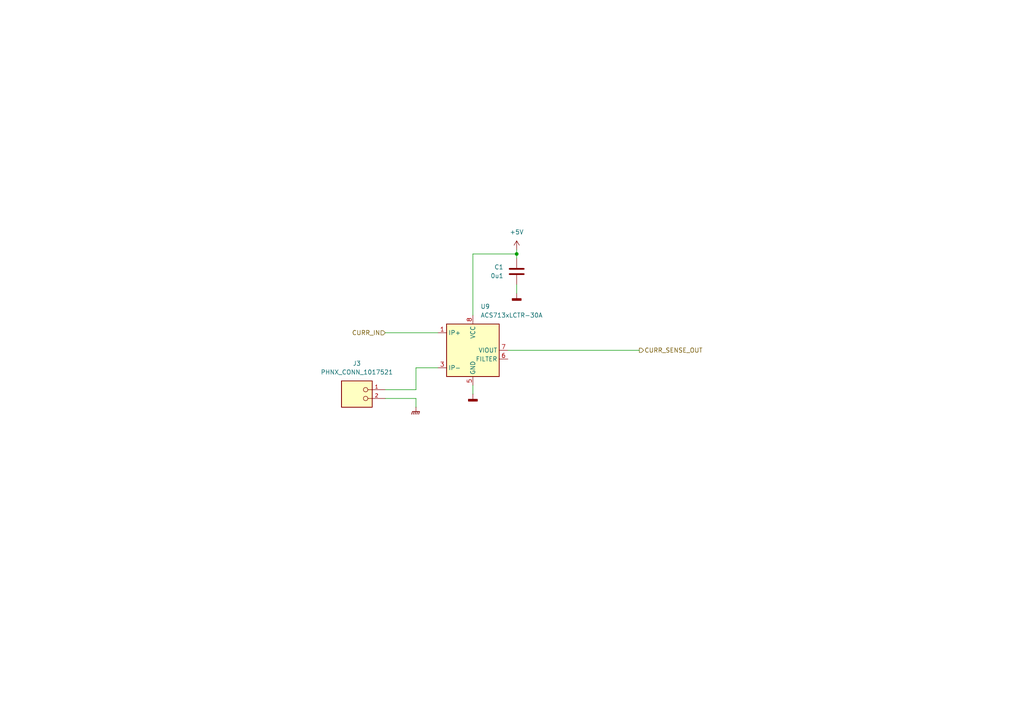
<source format=kicad_sch>
(kicad_sch
	(version 20231120)
	(generator "eeschema")
	(generator_version "8.0")
	(uuid "5427336a-c991-4d7e-9077-8b56a77d6015")
	(paper "A4")
	(title_block
		(rev "V1")
		(company "EcoCar")
	)
	(lib_symbols
		(symbol "Device:C"
			(pin_numbers hide)
			(pin_names
				(offset 0.254)
			)
			(exclude_from_sim no)
			(in_bom yes)
			(on_board yes)
			(property "Reference" "C"
				(at 0.635 2.54 0)
				(effects
					(font
						(size 1.27 1.27)
					)
					(justify left)
				)
			)
			(property "Value" "C"
				(at 0.635 -2.54 0)
				(effects
					(font
						(size 1.27 1.27)
					)
					(justify left)
				)
			)
			(property "Footprint" ""
				(at 0.9652 -3.81 0)
				(effects
					(font
						(size 1.27 1.27)
					)
					(hide yes)
				)
			)
			(property "Datasheet" "~"
				(at 0 0 0)
				(effects
					(font
						(size 1.27 1.27)
					)
					(hide yes)
				)
			)
			(property "Description" "Unpolarized capacitor"
				(at 0 0 0)
				(effects
					(font
						(size 1.27 1.27)
					)
					(hide yes)
				)
			)
			(property "ki_keywords" "cap capacitor"
				(at 0 0 0)
				(effects
					(font
						(size 1.27 1.27)
					)
					(hide yes)
				)
			)
			(property "ki_fp_filters" "C_*"
				(at 0 0 0)
				(effects
					(font
						(size 1.27 1.27)
					)
					(hide yes)
				)
			)
			(symbol "C_0_1"
				(polyline
					(pts
						(xy -2.032 -0.762) (xy 2.032 -0.762)
					)
					(stroke
						(width 0.508)
						(type default)
					)
					(fill
						(type none)
					)
				)
				(polyline
					(pts
						(xy -2.032 0.762) (xy 2.032 0.762)
					)
					(stroke
						(width 0.508)
						(type default)
					)
					(fill
						(type none)
					)
				)
			)
			(symbol "C_1_1"
				(pin passive line
					(at 0 3.81 270)
					(length 2.794)
					(name "~"
						(effects
							(font
								(size 1.27 1.27)
							)
						)
					)
					(number "1"
						(effects
							(font
								(size 1.27 1.27)
							)
						)
					)
				)
				(pin passive line
					(at 0 -3.81 90)
					(length 2.794)
					(name "~"
						(effects
							(font
								(size 1.27 1.27)
							)
						)
					)
					(number "2"
						(effects
							(font
								(size 1.27 1.27)
							)
						)
					)
				)
			)
		)
		(symbol "Sensor_Current:ACS713xLCTR-30A"
			(exclude_from_sim no)
			(in_bom yes)
			(on_board yes)
			(property "Reference" "U"
				(at 2.54 11.43 0)
				(effects
					(font
						(size 1.27 1.27)
					)
					(justify left)
				)
			)
			(property "Value" "ACS713xLCTR-30A"
				(at 2.54 8.89 0)
				(effects
					(font
						(size 1.27 1.27)
					)
					(justify left)
				)
			)
			(property "Footprint" "Package_SO:SOIC-8_3.9x4.9mm_P1.27mm"
				(at 2.54 -8.89 0)
				(effects
					(font
						(size 1.27 1.27)
						(italic yes)
					)
					(justify left)
					(hide yes)
				)
			)
			(property "Datasheet" "http://www.allegromicro.com/~/media/Files/Datasheets/ACS713-Datasheet.ashx?la=en"
				(at 0 0 0)
				(effects
					(font
						(size 1.27 1.27)
					)
					(hide yes)
				)
			)
			(property "Description" "30A Unidirectional Hall-Effect Current Sensor, +5.0V supply, 133mV/A, SOIC-8"
				(at 0 0 0)
				(effects
					(font
						(size 1.27 1.27)
					)
					(hide yes)
				)
			)
			(property "ki_keywords" "hall effect current monitor sensor isolated"
				(at 0 0 0)
				(effects
					(font
						(size 1.27 1.27)
					)
					(hide yes)
				)
			)
			(property "ki_fp_filters" "SOIC*3.9x4.9m*P1.27mm*"
				(at 0 0 0)
				(effects
					(font
						(size 1.27 1.27)
					)
					(hide yes)
				)
			)
			(symbol "ACS713xLCTR-30A_0_1"
				(rectangle
					(start -7.62 7.62)
					(end 7.62 -7.62)
					(stroke
						(width 0.254)
						(type default)
					)
					(fill
						(type background)
					)
				)
			)
			(symbol "ACS713xLCTR-30A_1_1"
				(pin passive line
					(at -10.16 5.08 0)
					(length 2.54)
					(name "IP+"
						(effects
							(font
								(size 1.27 1.27)
							)
						)
					)
					(number "1"
						(effects
							(font
								(size 1.27 1.27)
							)
						)
					)
				)
				(pin passive line
					(at -10.16 5.08 0)
					(length 2.54) hide
					(name "IP+"
						(effects
							(font
								(size 1.27 1.27)
							)
						)
					)
					(number "2"
						(effects
							(font
								(size 1.27 1.27)
							)
						)
					)
				)
				(pin passive line
					(at -10.16 -5.08 0)
					(length 2.54)
					(name "IP-"
						(effects
							(font
								(size 1.27 1.27)
							)
						)
					)
					(number "3"
						(effects
							(font
								(size 1.27 1.27)
							)
						)
					)
				)
				(pin passive line
					(at -10.16 -5.08 0)
					(length 2.54) hide
					(name "IP-"
						(effects
							(font
								(size 1.27 1.27)
							)
						)
					)
					(number "4"
						(effects
							(font
								(size 1.27 1.27)
							)
						)
					)
				)
				(pin power_in line
					(at 0 -10.16 90)
					(length 2.54)
					(name "GND"
						(effects
							(font
								(size 1.27 1.27)
							)
						)
					)
					(number "5"
						(effects
							(font
								(size 1.27 1.27)
							)
						)
					)
				)
				(pin passive line
					(at 10.16 -2.54 180)
					(length 2.54)
					(name "FILTER"
						(effects
							(font
								(size 1.27 1.27)
							)
						)
					)
					(number "6"
						(effects
							(font
								(size 1.27 1.27)
							)
						)
					)
				)
				(pin output line
					(at 10.16 0 180)
					(length 2.54)
					(name "VIOUT"
						(effects
							(font
								(size 1.27 1.27)
							)
						)
					)
					(number "7"
						(effects
							(font
								(size 1.27 1.27)
							)
						)
					)
				)
				(pin power_in line
					(at 0 10.16 270)
					(length 2.54)
					(name "VCC"
						(effects
							(font
								(size 1.27 1.27)
							)
						)
					)
					(number "8"
						(effects
							(font
								(size 1.27 1.27)
							)
						)
					)
				)
			)
		)
		(symbol "ecocad_lib_symbols:PHNX_CONN_1017521"
			(pin_names
				(offset 1.016)
			)
			(exclude_from_sim no)
			(in_bom yes)
			(on_board yes)
			(property "Reference" "J"
				(at -3.556 5.08 0)
				(effects
					(font
						(size 1.27 1.27)
					)
					(justify left bottom)
				)
			)
			(property "Value" "PHNX_CONN_1017521"
				(at -3.81 3.048 0)
				(effects
					(font
						(size 1.27 1.27)
					)
					(justify left bottom)
				)
			)
			(property "Footprint" "ecocad_lib_footprints:PHOENIX_1017521"
				(at -0.508 7.366 0)
				(effects
					(font
						(size 1.27 1.27)
					)
					(justify bottom)
					(hide yes)
				)
			)
			(property "Datasheet" ""
				(at 0 0 0)
				(effects
					(font
						(size 1.27 1.27)
					)
					(hide yes)
				)
			)
			(property "Description" ""
				(at 0 0 0)
				(effects
					(font
						(size 1.27 1.27)
					)
					(hide yes)
				)
			)
			(property "PARTREV" "04.01.2018"
				(at -0.762 7.62 0)
				(effects
					(font
						(size 1.27 1.27)
					)
					(justify bottom)
					(hide yes)
				)
			)
			(property "MANUFACTURER" "Phoenix Contact"
				(at -1.27 7.62 0)
				(effects
					(font
						(size 1.27 1.27)
					)
					(justify bottom)
					(hide yes)
				)
			)
			(property "MAXIMUM_PACKAGE_HEIGHT" "23.6mm"
				(at 0.508 7.366 0)
				(effects
					(font
						(size 1.27 1.27)
					)
					(justify bottom)
					(hide yes)
				)
			)
			(property "STANDARD" "Manufacturer Recommendations"
				(at -0.508 7.366 0)
				(effects
					(font
						(size 1.27 1.27)
					)
					(justify bottom)
					(hide yes)
				)
			)
			(symbol "PHNX_CONN_1017521_0_0"
				(rectangle
					(start -3.81 -5.08)
					(end 5.08 2.54)
					(stroke
						(width 0.254)
						(type default)
					)
					(fill
						(type background)
					)
				)
				(circle
					(center -1.905 -2.54)
					(radius 0.635)
					(stroke
						(width 0.1524)
						(type default)
					)
					(fill
						(type none)
					)
				)
				(circle
					(center -1.905 0)
					(radius 0.635)
					(stroke
						(width 0.1524)
						(type default)
					)
					(fill
						(type none)
					)
				)
			)
			(symbol "PHNX_CONN_1017521_1_0"
				(pin passive line
					(at -7.62 0 0)
					(length 5.08)
					(name ""
						(effects
							(font
								(size 1.016 1.016)
							)
						)
					)
					(number "1"
						(effects
							(font
								(size 1.016 1.016)
							)
						)
					)
				)
				(pin passive line
					(at -7.62 -2.54 0)
					(length 5.08)
					(name ""
						(effects
							(font
								(size 1.016 1.016)
							)
						)
					)
					(number "2"
						(effects
							(font
								(size 1.016 1.016)
							)
						)
					)
				)
			)
		)
		(symbol "power:+5V"
			(power)
			(pin_numbers hide)
			(pin_names
				(offset 0) hide)
			(exclude_from_sim no)
			(in_bom yes)
			(on_board yes)
			(property "Reference" "#PWR"
				(at 0 -3.81 0)
				(effects
					(font
						(size 1.27 1.27)
					)
					(hide yes)
				)
			)
			(property "Value" "+5V"
				(at 0 3.556 0)
				(effects
					(font
						(size 1.27 1.27)
					)
				)
			)
			(property "Footprint" ""
				(at 0 0 0)
				(effects
					(font
						(size 1.27 1.27)
					)
					(hide yes)
				)
			)
			(property "Datasheet" ""
				(at 0 0 0)
				(effects
					(font
						(size 1.27 1.27)
					)
					(hide yes)
				)
			)
			(property "Description" "Power symbol creates a global label with name \"+5V\""
				(at 0 0 0)
				(effects
					(font
						(size 1.27 1.27)
					)
					(hide yes)
				)
			)
			(property "ki_keywords" "global power"
				(at 0 0 0)
				(effects
					(font
						(size 1.27 1.27)
					)
					(hide yes)
				)
			)
			(symbol "+5V_0_1"
				(polyline
					(pts
						(xy -0.762 1.27) (xy 0 2.54)
					)
					(stroke
						(width 0)
						(type default)
					)
					(fill
						(type none)
					)
				)
				(polyline
					(pts
						(xy 0 0) (xy 0 2.54)
					)
					(stroke
						(width 0)
						(type default)
					)
					(fill
						(type none)
					)
				)
				(polyline
					(pts
						(xy 0 2.54) (xy 0.762 1.27)
					)
					(stroke
						(width 0)
						(type default)
					)
					(fill
						(type none)
					)
				)
			)
			(symbol "+5V_1_1"
				(pin power_in line
					(at 0 0 90)
					(length 0)
					(name "~"
						(effects
							(font
								(size 1.27 1.27)
							)
						)
					)
					(number "1"
						(effects
							(font
								(size 1.27 1.27)
							)
						)
					)
				)
			)
		)
		(symbol "power:GNDD"
			(power)
			(pin_numbers hide)
			(pin_names
				(offset 0) hide)
			(exclude_from_sim no)
			(in_bom yes)
			(on_board yes)
			(property "Reference" "#PWR"
				(at 0 -6.35 0)
				(effects
					(font
						(size 1.27 1.27)
					)
					(hide yes)
				)
			)
			(property "Value" "GNDD"
				(at 0 -3.175 0)
				(effects
					(font
						(size 1.27 1.27)
					)
				)
			)
			(property "Footprint" ""
				(at 0 0 0)
				(effects
					(font
						(size 1.27 1.27)
					)
					(hide yes)
				)
			)
			(property "Datasheet" ""
				(at 0 0 0)
				(effects
					(font
						(size 1.27 1.27)
					)
					(hide yes)
				)
			)
			(property "Description" "Power symbol creates a global label with name \"GNDD\" , digital ground"
				(at 0 0 0)
				(effects
					(font
						(size 1.27 1.27)
					)
					(hide yes)
				)
			)
			(property "ki_keywords" "global power"
				(at 0 0 0)
				(effects
					(font
						(size 1.27 1.27)
					)
					(hide yes)
				)
			)
			(symbol "GNDD_0_1"
				(rectangle
					(start -1.27 -1.524)
					(end 1.27 -2.032)
					(stroke
						(width 0.254)
						(type default)
					)
					(fill
						(type outline)
					)
				)
				(polyline
					(pts
						(xy 0 0) (xy 0 -1.524)
					)
					(stroke
						(width 0)
						(type default)
					)
					(fill
						(type none)
					)
				)
			)
			(symbol "GNDD_1_1"
				(pin power_in line
					(at 0 0 270)
					(length 0)
					(name "~"
						(effects
							(font
								(size 1.27 1.27)
							)
						)
					)
					(number "1"
						(effects
							(font
								(size 1.27 1.27)
							)
						)
					)
				)
			)
		)
		(symbol "power:GNDPWR"
			(power)
			(pin_numbers hide)
			(pin_names
				(offset 0) hide)
			(exclude_from_sim no)
			(in_bom yes)
			(on_board yes)
			(property "Reference" "#PWR"
				(at 0 -5.08 0)
				(effects
					(font
						(size 1.27 1.27)
					)
					(hide yes)
				)
			)
			(property "Value" "GNDPWR"
				(at 0 -3.302 0)
				(effects
					(font
						(size 1.27 1.27)
					)
				)
			)
			(property "Footprint" ""
				(at 0 -1.27 0)
				(effects
					(font
						(size 1.27 1.27)
					)
					(hide yes)
				)
			)
			(property "Datasheet" ""
				(at 0 -1.27 0)
				(effects
					(font
						(size 1.27 1.27)
					)
					(hide yes)
				)
			)
			(property "Description" "Power symbol creates a global label with name \"GNDPWR\" , global ground"
				(at 0 0 0)
				(effects
					(font
						(size 1.27 1.27)
					)
					(hide yes)
				)
			)
			(property "ki_keywords" "global ground"
				(at 0 0 0)
				(effects
					(font
						(size 1.27 1.27)
					)
					(hide yes)
				)
			)
			(symbol "GNDPWR_0_1"
				(polyline
					(pts
						(xy 0 -1.27) (xy 0 0)
					)
					(stroke
						(width 0)
						(type default)
					)
					(fill
						(type none)
					)
				)
				(polyline
					(pts
						(xy -1.016 -1.27) (xy -1.27 -2.032) (xy -1.27 -2.032)
					)
					(stroke
						(width 0.2032)
						(type default)
					)
					(fill
						(type none)
					)
				)
				(polyline
					(pts
						(xy -0.508 -1.27) (xy -0.762 -2.032) (xy -0.762 -2.032)
					)
					(stroke
						(width 0.2032)
						(type default)
					)
					(fill
						(type none)
					)
				)
				(polyline
					(pts
						(xy 0 -1.27) (xy -0.254 -2.032) (xy -0.254 -2.032)
					)
					(stroke
						(width 0.2032)
						(type default)
					)
					(fill
						(type none)
					)
				)
				(polyline
					(pts
						(xy 0.508 -1.27) (xy 0.254 -2.032) (xy 0.254 -2.032)
					)
					(stroke
						(width 0.2032)
						(type default)
					)
					(fill
						(type none)
					)
				)
				(polyline
					(pts
						(xy 1.016 -1.27) (xy -1.016 -1.27) (xy -1.016 -1.27)
					)
					(stroke
						(width 0.2032)
						(type default)
					)
					(fill
						(type none)
					)
				)
				(polyline
					(pts
						(xy 1.016 -1.27) (xy 0.762 -2.032) (xy 0.762 -2.032) (xy 0.762 -2.032)
					)
					(stroke
						(width 0.2032)
						(type default)
					)
					(fill
						(type none)
					)
				)
			)
			(symbol "GNDPWR_1_1"
				(pin power_in line
					(at 0 0 270)
					(length 0)
					(name "~"
						(effects
							(font
								(size 1.27 1.27)
							)
						)
					)
					(number "1"
						(effects
							(font
								(size 1.27 1.27)
							)
						)
					)
				)
			)
		)
	)
	(junction
		(at 149.86 73.66)
		(diameter 0)
		(color 0 0 0 0)
		(uuid "c3308070-8da9-4894-a6bd-b0a8de98db27")
	)
	(wire
		(pts
			(xy 137.16 111.76) (xy 137.16 114.3)
		)
		(stroke
			(width 0)
			(type default)
		)
		(uuid "0350c95c-9fca-48ae-8883-52d109254457")
	)
	(wire
		(pts
			(xy 120.65 106.68) (xy 127 106.68)
		)
		(stroke
			(width 0)
			(type default)
		)
		(uuid "05dd7522-b096-4202-a990-5b695513d371")
	)
	(wire
		(pts
			(xy 137.16 73.66) (xy 149.86 73.66)
		)
		(stroke
			(width 0)
			(type default)
		)
		(uuid "0fde0187-f0ba-4319-b612-417199bf4cb3")
	)
	(wire
		(pts
			(xy 149.86 72.39) (xy 149.86 73.66)
		)
		(stroke
			(width 0)
			(type default)
		)
		(uuid "2fff34b6-95ce-4479-a2be-786653071d96")
	)
	(wire
		(pts
			(xy 149.86 82.55) (xy 149.86 85.09)
		)
		(stroke
			(width 0)
			(type default)
		)
		(uuid "34fdae65-005f-4c37-9d0f-c5a7cf715916")
	)
	(wire
		(pts
			(xy 120.65 113.03) (xy 120.65 106.68)
		)
		(stroke
			(width 0)
			(type default)
		)
		(uuid "57b330af-d68a-4bbe-a653-73838fc3499a")
	)
	(wire
		(pts
			(xy 111.76 96.52) (xy 127 96.52)
		)
		(stroke
			(width 0)
			(type default)
		)
		(uuid "5933e26f-eb12-4ef3-9f96-72ff3902c31c")
	)
	(wire
		(pts
			(xy 111.76 115.57) (xy 120.65 115.57)
		)
		(stroke
			(width 0)
			(type default)
		)
		(uuid "608c1c5a-0c12-4b99-9dbb-7b4ff45ffb2d")
	)
	(wire
		(pts
			(xy 149.86 73.66) (xy 149.86 74.93)
		)
		(stroke
			(width 0)
			(type default)
		)
		(uuid "664980d5-8317-4561-ad3b-3900c3e6fc95")
	)
	(wire
		(pts
			(xy 137.16 73.66) (xy 137.16 91.44)
		)
		(stroke
			(width 0)
			(type default)
		)
		(uuid "af71ed34-5185-4c11-8fbf-c84dffba1354")
	)
	(wire
		(pts
			(xy 147.32 101.6) (xy 185.42 101.6)
		)
		(stroke
			(width 0)
			(type default)
		)
		(uuid "afed2765-5cae-4eb5-8f93-f62b095b5676")
	)
	(wire
		(pts
			(xy 111.76 113.03) (xy 120.65 113.03)
		)
		(stroke
			(width 0)
			(type default)
		)
		(uuid "bd5d62af-a459-43cd-9352-b708d111378b")
	)
	(wire
		(pts
			(xy 120.65 115.57) (xy 120.65 118.11)
		)
		(stroke
			(width 0)
			(type default)
		)
		(uuid "fe434379-31a3-4457-8cbf-a8915b9bbb04")
	)
	(hierarchical_label "CURR_IN"
		(shape input)
		(at 111.76 96.52 180)
		(fields_autoplaced yes)
		(effects
			(font
				(size 1.27 1.27)
			)
			(justify right)
		)
		(uuid "4e98a0ae-7c85-4f1c-9962-a5b6438b49ca")
	)
	(hierarchical_label "CURR_SENSE_OUT"
		(shape output)
		(at 185.42 101.6 0)
		(fields_autoplaced yes)
		(effects
			(font
				(size 1.27 1.27)
			)
			(justify left)
		)
		(uuid "f093910c-3b33-4632-bade-c9f28ba643be")
	)
	(symbol
		(lib_id "ecocad_lib_symbols:PHNX_CONN_1017521")
		(at 104.14 113.03 0)
		(mirror y)
		(unit 1)
		(exclude_from_sim no)
		(in_bom yes)
		(on_board yes)
		(dnp no)
		(uuid "074a2a58-96c5-4390-97e5-299271f29111")
		(property "Reference" "J3"
			(at 103.505 105.41 0)
			(effects
				(font
					(size 1.27 1.27)
				)
			)
		)
		(property "Value" "PHNX_CONN_1017521"
			(at 103.505 107.95 0)
			(effects
				(font
					(size 1.27 1.27)
				)
			)
		)
		(property "Footprint" "ecocad_lib_footprints:PHOENIX_1017521"
			(at 104.648 105.664 0)
			(effects
				(font
					(size 1.27 1.27)
				)
				(justify bottom)
				(hide yes)
			)
		)
		(property "Datasheet" ""
			(at 104.14 113.03 0)
			(effects
				(font
					(size 1.27 1.27)
				)
				(hide yes)
			)
		)
		(property "Description" ""
			(at 104.14 113.03 0)
			(effects
				(font
					(size 1.27 1.27)
				)
				(hide yes)
			)
		)
		(property "PARTREV" "04.01.2018"
			(at 104.902 105.41 0)
			(effects
				(font
					(size 1.27 1.27)
				)
				(justify bottom)
				(hide yes)
			)
		)
		(property "MANUFACTURER" "Phoenix Contact"
			(at 105.41 105.41 0)
			(effects
				(font
					(size 1.27 1.27)
				)
				(justify bottom)
				(hide yes)
			)
		)
		(property "MAXIMUM_PACKAGE_HEIGHT" "23.6mm"
			(at 103.632 105.664 0)
			(effects
				(font
					(size 1.27 1.27)
				)
				(justify bottom)
				(hide yes)
			)
		)
		(property "STANDARD" "Manufacturer Recommendations"
			(at 104.648 105.664 0)
			(effects
				(font
					(size 1.27 1.27)
				)
				(justify bottom)
				(hide yes)
			)
		)
		(pin "1"
			(uuid "bc350b65-a26a-4a42-aa9c-044376be4353")
		)
		(pin "2"
			(uuid "cd07c9cd-8f6e-407a-a85d-9673a53ec57a")
		)
		(instances
			(project "FET-Board-V1"
				(path "/49eeaae5-d819-4258-b051-773c4f6ae51f/24f9d253-4b9f-418b-b468-45d5562a11d1/74edaff7-7954-48fa-8ccc-cd9b5dd4e765/1c2d2e01-6935-4eb2-b6d0-f34c64969e97"
					(reference "J3")
					(unit 1)
				)
				(path "/49eeaae5-d819-4258-b051-773c4f6ae51f/24f9d253-4b9f-418b-b468-45d5562a11d1/74edaff7-7954-48fa-8ccc-cd9b5dd4e765/2390a941-a55e-44a4-81c7-63c5c7f5477d"
					(reference "J4")
					(unit 1)
				)
				(path "/49eeaae5-d819-4258-b051-773c4f6ae51f/24f9d253-4b9f-418b-b468-45d5562a11d1/74edaff7-7954-48fa-8ccc-cd9b5dd4e765/fe643b92-5b54-4f80-92c5-fb9a4f7d5ea8"
					(reference "J5")
					(unit 1)
				)
			)
		)
	)
	(symbol
		(lib_id "Sensor_Current:ACS713xLCTR-30A")
		(at 137.16 101.6 0)
		(unit 1)
		(exclude_from_sim no)
		(in_bom yes)
		(on_board yes)
		(dnp no)
		(fields_autoplaced yes)
		(uuid "1264d091-3a6c-4c4b-bd72-440f23e69005")
		(property "Reference" "U9"
			(at 139.3541 88.9 0)
			(effects
				(font
					(size 1.27 1.27)
				)
				(justify left)
			)
		)
		(property "Value" "ACS713xLCTR-30A"
			(at 139.3541 91.44 0)
			(effects
				(font
					(size 1.27 1.27)
				)
				(justify left)
			)
		)
		(property "Footprint" "Package_SO:SOIC-8_3.9x4.9mm_P1.27mm"
			(at 139.7 110.49 0)
			(effects
				(font
					(size 1.27 1.27)
					(italic yes)
				)
				(justify left)
				(hide yes)
			)
		)
		(property "Datasheet" "http://www.allegromicro.com/~/media/Files/Datasheets/ACS713-Datasheet.ashx?la=en"
			(at 137.16 101.6 0)
			(effects
				(font
					(size 1.27 1.27)
				)
				(hide yes)
			)
		)
		(property "Description" "30A Unidirectional Hall-Effect Current Sensor, +5.0V supply, 133mV/A, SOIC-8"
			(at 137.16 101.6 0)
			(effects
				(font
					(size 1.27 1.27)
				)
				(hide yes)
			)
		)
		(pin "1"
			(uuid "c5e6d248-ba2e-470d-b6c2-4d0e870e1292")
		)
		(pin "6"
			(uuid "5bd8181b-918b-42ce-a4c0-8ee528b54541")
		)
		(pin "7"
			(uuid "ac8c48be-6dc4-486c-989b-bb1377e9d3bf")
		)
		(pin "8"
			(uuid "3b63f932-ef83-445f-b523-34e637e600e1")
		)
		(pin "4"
			(uuid "5b9f1ee2-4cc7-4aba-a8d8-d16b60eaf0ff")
		)
		(pin "2"
			(uuid "38c01443-9e20-4b9b-9ce7-4118747466bd")
		)
		(pin "3"
			(uuid "a5d664cc-4207-42b4-80b4-7ce203490166")
		)
		(pin "5"
			(uuid "a6d327cb-2a1b-43bd-99f7-80a2a2b122cf")
		)
		(instances
			(project ""
				(path "/49eeaae5-d819-4258-b051-773c4f6ae51f/24f9d253-4b9f-418b-b468-45d5562a11d1/74edaff7-7954-48fa-8ccc-cd9b5dd4e765/1c2d2e01-6935-4eb2-b6d0-f34c64969e97"
					(reference "U9")
					(unit 1)
				)
				(path "/49eeaae5-d819-4258-b051-773c4f6ae51f/24f9d253-4b9f-418b-b468-45d5562a11d1/74edaff7-7954-48fa-8ccc-cd9b5dd4e765/2390a941-a55e-44a4-81c7-63c5c7f5477d"
					(reference "U10")
					(unit 1)
				)
				(path "/49eeaae5-d819-4258-b051-773c4f6ae51f/24f9d253-4b9f-418b-b468-45d5562a11d1/74edaff7-7954-48fa-8ccc-cd9b5dd4e765/fe643b92-5b54-4f80-92c5-fb9a4f7d5ea8"
					(reference "U11")
					(unit 1)
				)
			)
		)
	)
	(symbol
		(lib_id "power:+5V")
		(at 149.86 72.39 0)
		(unit 1)
		(exclude_from_sim no)
		(in_bom yes)
		(on_board yes)
		(dnp no)
		(fields_autoplaced yes)
		(uuid "24135291-3470-429f-9db2-ea7be829a0fe")
		(property "Reference" "#PWR05"
			(at 149.86 76.2 0)
			(effects
				(font
					(size 1.27 1.27)
				)
				(hide yes)
			)
		)
		(property "Value" "+5V"
			(at 149.86 67.31 0)
			(effects
				(font
					(size 1.27 1.27)
				)
			)
		)
		(property "Footprint" ""
			(at 149.86 72.39 0)
			(effects
				(font
					(size 1.27 1.27)
				)
				(hide yes)
			)
		)
		(property "Datasheet" ""
			(at 149.86 72.39 0)
			(effects
				(font
					(size 1.27 1.27)
				)
				(hide yes)
			)
		)
		(property "Description" "Power symbol creates a global label with name \"+5V\""
			(at 149.86 72.39 0)
			(effects
				(font
					(size 1.27 1.27)
				)
				(hide yes)
			)
		)
		(pin "1"
			(uuid "d53f9773-e2ce-4327-8500-fc673c1c2cf1")
		)
		(instances
			(project ""
				(path "/49eeaae5-d819-4258-b051-773c4f6ae51f/24f9d253-4b9f-418b-b468-45d5562a11d1/74edaff7-7954-48fa-8ccc-cd9b5dd4e765/1c2d2e01-6935-4eb2-b6d0-f34c64969e97"
					(reference "#PWR05")
					(unit 1)
				)
				(path "/49eeaae5-d819-4258-b051-773c4f6ae51f/24f9d253-4b9f-418b-b468-45d5562a11d1/74edaff7-7954-48fa-8ccc-cd9b5dd4e765/2390a941-a55e-44a4-81c7-63c5c7f5477d"
					(reference "#PWR09")
					(unit 1)
				)
				(path "/49eeaae5-d819-4258-b051-773c4f6ae51f/24f9d253-4b9f-418b-b468-45d5562a11d1/74edaff7-7954-48fa-8ccc-cd9b5dd4e765/fe643b92-5b54-4f80-92c5-fb9a4f7d5ea8"
					(reference "#PWR013")
					(unit 1)
				)
			)
		)
	)
	(symbol
		(lib_id "Device:C")
		(at 149.86 78.74 0)
		(unit 1)
		(exclude_from_sim no)
		(in_bom yes)
		(on_board yes)
		(dnp no)
		(uuid "42c3b0c1-4dbd-4405-81d5-cac8b8fbdd02")
		(property "Reference" "C1"
			(at 146.05 77.4699 0)
			(effects
				(font
					(size 1.27 1.27)
				)
				(justify right)
			)
		)
		(property "Value" "0u1"
			(at 146.05 80.0099 0)
			(effects
				(font
					(size 1.27 1.27)
				)
				(justify right)
			)
		)
		(property "Footprint" ""
			(at 150.8252 82.55 0)
			(effects
				(font
					(size 1.27 1.27)
				)
				(hide yes)
			)
		)
		(property "Datasheet" "~"
			(at 149.86 78.74 0)
			(effects
				(font
					(size 1.27 1.27)
				)
				(hide yes)
			)
		)
		(property "Description" "Unpolarized capacitor"
			(at 149.86 78.74 0)
			(effects
				(font
					(size 1.27 1.27)
				)
				(hide yes)
			)
		)
		(pin "1"
			(uuid "d6c51ff7-22bd-45c0-b372-a72d06010596")
		)
		(pin "2"
			(uuid "c24d218e-39fb-4336-9311-39cdb49c99d1")
		)
		(instances
			(project "FET-Board-V1"
				(path "/49eeaae5-d819-4258-b051-773c4f6ae51f/24f9d253-4b9f-418b-b468-45d5562a11d1/74edaff7-7954-48fa-8ccc-cd9b5dd4e765/1c2d2e01-6935-4eb2-b6d0-f34c64969e97"
					(reference "C1")
					(unit 1)
				)
				(path "/49eeaae5-d819-4258-b051-773c4f6ae51f/24f9d253-4b9f-418b-b468-45d5562a11d1/74edaff7-7954-48fa-8ccc-cd9b5dd4e765/2390a941-a55e-44a4-81c7-63c5c7f5477d"
					(reference "C2")
					(unit 1)
				)
				(path "/49eeaae5-d819-4258-b051-773c4f6ae51f/24f9d253-4b9f-418b-b468-45d5562a11d1/74edaff7-7954-48fa-8ccc-cd9b5dd4e765/fe643b92-5b54-4f80-92c5-fb9a4f7d5ea8"
					(reference "C3")
					(unit 1)
				)
			)
		)
	)
	(symbol
		(lib_id "power:GNDD")
		(at 137.16 114.3 0)
		(unit 1)
		(exclude_from_sim no)
		(in_bom yes)
		(on_board yes)
		(dnp no)
		(fields_autoplaced yes)
		(uuid "a9217184-0941-4f2d-a62a-de1fda0be0a8")
		(property "Reference" "#PWR04"
			(at 137.16 120.65 0)
			(effects
				(font
					(size 1.27 1.27)
				)
				(hide yes)
			)
		)
		(property "Value" "GNDD"
			(at 137.16 118.11 0)
			(effects
				(font
					(size 1.27 1.27)
				)
				(hide yes)
			)
		)
		(property "Footprint" ""
			(at 137.16 114.3 0)
			(effects
				(font
					(size 1.27 1.27)
				)
				(hide yes)
			)
		)
		(property "Datasheet" ""
			(at 137.16 114.3 0)
			(effects
				(font
					(size 1.27 1.27)
				)
				(hide yes)
			)
		)
		(property "Description" "Power symbol creates a global label with name \"GNDD\" , digital ground"
			(at 137.16 114.3 0)
			(effects
				(font
					(size 1.27 1.27)
				)
				(hide yes)
			)
		)
		(pin "1"
			(uuid "081a08f0-b4f1-412b-af3e-780a4004f016")
		)
		(instances
			(project "FET-Board-V1"
				(path "/49eeaae5-d819-4258-b051-773c4f6ae51f/24f9d253-4b9f-418b-b468-45d5562a11d1/74edaff7-7954-48fa-8ccc-cd9b5dd4e765/1c2d2e01-6935-4eb2-b6d0-f34c64969e97"
					(reference "#PWR04")
					(unit 1)
				)
				(path "/49eeaae5-d819-4258-b051-773c4f6ae51f/24f9d253-4b9f-418b-b468-45d5562a11d1/74edaff7-7954-48fa-8ccc-cd9b5dd4e765/2390a941-a55e-44a4-81c7-63c5c7f5477d"
					(reference "#PWR08")
					(unit 1)
				)
				(path "/49eeaae5-d819-4258-b051-773c4f6ae51f/24f9d253-4b9f-418b-b468-45d5562a11d1/74edaff7-7954-48fa-8ccc-cd9b5dd4e765/fe643b92-5b54-4f80-92c5-fb9a4f7d5ea8"
					(reference "#PWR012")
					(unit 1)
				)
			)
		)
	)
	(symbol
		(lib_id "power:GNDD")
		(at 149.86 85.09 0)
		(unit 1)
		(exclude_from_sim no)
		(in_bom yes)
		(on_board yes)
		(dnp no)
		(fields_autoplaced yes)
		(uuid "aa1714fe-abb4-4ce8-b0d7-8c9661ca57a8")
		(property "Reference" "#PWR06"
			(at 149.86 91.44 0)
			(effects
				(font
					(size 1.27 1.27)
				)
				(hide yes)
			)
		)
		(property "Value" "GNDD"
			(at 149.86 88.9 0)
			(effects
				(font
					(size 1.27 1.27)
				)
				(hide yes)
			)
		)
		(property "Footprint" ""
			(at 149.86 85.09 0)
			(effects
				(font
					(size 1.27 1.27)
				)
				(hide yes)
			)
		)
		(property "Datasheet" ""
			(at 149.86 85.09 0)
			(effects
				(font
					(size 1.27 1.27)
				)
				(hide yes)
			)
		)
		(property "Description" "Power symbol creates a global label with name \"GNDD\" , digital ground"
			(at 149.86 85.09 0)
			(effects
				(font
					(size 1.27 1.27)
				)
				(hide yes)
			)
		)
		(pin "1"
			(uuid "578968d7-5f0c-4dbf-b258-64c3101701dd")
		)
		(instances
			(project "FET-Board-V1"
				(path "/49eeaae5-d819-4258-b051-773c4f6ae51f/24f9d253-4b9f-418b-b468-45d5562a11d1/74edaff7-7954-48fa-8ccc-cd9b5dd4e765/1c2d2e01-6935-4eb2-b6d0-f34c64969e97"
					(reference "#PWR06")
					(unit 1)
				)
				(path "/49eeaae5-d819-4258-b051-773c4f6ae51f/24f9d253-4b9f-418b-b468-45d5562a11d1/74edaff7-7954-48fa-8ccc-cd9b5dd4e765/2390a941-a55e-44a4-81c7-63c5c7f5477d"
					(reference "#PWR010")
					(unit 1)
				)
				(path "/49eeaae5-d819-4258-b051-773c4f6ae51f/24f9d253-4b9f-418b-b468-45d5562a11d1/74edaff7-7954-48fa-8ccc-cd9b5dd4e765/fe643b92-5b54-4f80-92c5-fb9a4f7d5ea8"
					(reference "#PWR014")
					(unit 1)
				)
			)
		)
	)
	(symbol
		(lib_id "power:GNDPWR")
		(at 120.65 118.11 0)
		(unit 1)
		(exclude_from_sim no)
		(in_bom yes)
		(on_board yes)
		(dnp no)
		(fields_autoplaced yes)
		(uuid "ef76025f-a2db-4056-9781-4a8fb52184e2")
		(property "Reference" "#PWR03"
			(at 120.65 123.19 0)
			(effects
				(font
					(size 1.27 1.27)
				)
				(hide yes)
			)
		)
		(property "Value" "GNDPWR"
			(at 120.5231 121.92 90)
			(effects
				(font
					(size 1.27 1.27)
				)
				(justify right)
				(hide yes)
			)
		)
		(property "Footprint" ""
			(at 120.65 119.38 0)
			(effects
				(font
					(size 1.27 1.27)
				)
				(hide yes)
			)
		)
		(property "Datasheet" ""
			(at 120.65 119.38 0)
			(effects
				(font
					(size 1.27 1.27)
				)
				(hide yes)
			)
		)
		(property "Description" "Power symbol creates a global label with name \"GNDPWR\" , global ground"
			(at 120.65 118.11 0)
			(effects
				(font
					(size 1.27 1.27)
				)
				(hide yes)
			)
		)
		(pin "1"
			(uuid "300e6a3d-0b31-4276-bb44-17ebab26f1d8")
		)
		(instances
			(project "FET-Board-V1"
				(path "/49eeaae5-d819-4258-b051-773c4f6ae51f/24f9d253-4b9f-418b-b468-45d5562a11d1/74edaff7-7954-48fa-8ccc-cd9b5dd4e765/1c2d2e01-6935-4eb2-b6d0-f34c64969e97"
					(reference "#PWR03")
					(unit 1)
				)
				(path "/49eeaae5-d819-4258-b051-773c4f6ae51f/24f9d253-4b9f-418b-b468-45d5562a11d1/74edaff7-7954-48fa-8ccc-cd9b5dd4e765/2390a941-a55e-44a4-81c7-63c5c7f5477d"
					(reference "#PWR07")
					(unit 1)
				)
				(path "/49eeaae5-d819-4258-b051-773c4f6ae51f/24f9d253-4b9f-418b-b468-45d5562a11d1/74edaff7-7954-48fa-8ccc-cd9b5dd4e765/fe643b92-5b54-4f80-92c5-fb9a4f7d5ea8"
					(reference "#PWR011")
					(unit 1)
				)
			)
		)
	)
)

</source>
